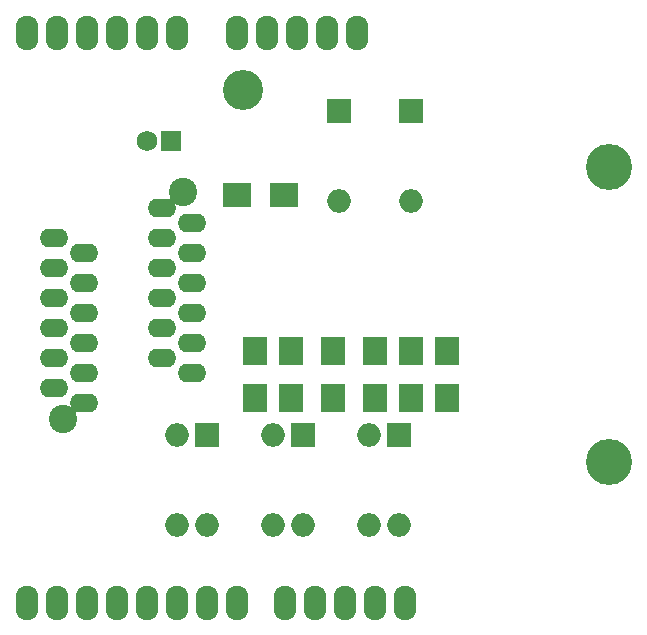
<source format=gbr>
G04 #@! TF.FileFunction,Soldermask,Bot*
%FSLAX46Y46*%
G04 Gerber Fmt 4.6, Leading zero omitted, Abs format (unit mm)*
G04 Created by KiCad (PCBNEW 4.0.5) date 01/19/17 13:34:59*
%MOMM*%
%LPD*%
G01*
G04 APERTURE LIST*
%ADD10C,0.100000*%
%ADD11O,2.400000X1.600000*%
%ADD12C,2.400000*%
%ADD13O,1.924000X2.940000*%
%ADD14R,1.750000X1.750000*%
%ADD15C,1.750000*%
%ADD16C,3.400000*%
%ADD17R,2.000000X2.000000*%
%ADD18O,2.000000X2.000000*%
%ADD19R,2.400000X2.100000*%
%ADD20R,2.100000X2.400000*%
%ADD21C,3.900000*%
G04 APERTURE END LIST*
D10*
D11*
X159258000Y-97663000D03*
X161798000Y-98933000D03*
X159258000Y-100203000D03*
X161798000Y-101473000D03*
X159258000Y-102743000D03*
X161798000Y-104013000D03*
X159258000Y-105283000D03*
X161798000Y-106553000D03*
X159258000Y-107823000D03*
X161798000Y-109093000D03*
X159258000Y-110363000D03*
X161798000Y-111633000D03*
D12*
X161028000Y-96298000D03*
D13*
X147828000Y-82804000D03*
X150368000Y-82804000D03*
X152908000Y-82804000D03*
X160528000Y-82804000D03*
X157988000Y-82804000D03*
X155448000Y-82804000D03*
X165608000Y-82804000D03*
X168148000Y-82804000D03*
X170688000Y-82804000D03*
X175768000Y-82804000D03*
X147828000Y-131064000D03*
X150368000Y-131064000D03*
X152908000Y-131064000D03*
X155448000Y-131064000D03*
X157988000Y-131064000D03*
X160528000Y-131064000D03*
X163068000Y-131064000D03*
X165608000Y-131064000D03*
X169672000Y-131064000D03*
X172212000Y-131064000D03*
X174752000Y-131064000D03*
X177292000Y-131064000D03*
X179832000Y-131064000D03*
X173228000Y-82804000D03*
D14*
X160020000Y-91948000D03*
D15*
X158020000Y-91948000D03*
D16*
X166116000Y-87630000D03*
D17*
X171196000Y-116840000D03*
D18*
X168656000Y-124460000D03*
X168656000Y-116840000D03*
X171196000Y-124460000D03*
D17*
X180340000Y-89408000D03*
D18*
X180340000Y-97028000D03*
D17*
X163068000Y-116840000D03*
D18*
X160528000Y-124460000D03*
X160528000Y-116840000D03*
X163068000Y-124460000D03*
D17*
X179324000Y-116840000D03*
D18*
X176784000Y-124460000D03*
X176784000Y-116840000D03*
X179324000Y-124460000D03*
D17*
X174244000Y-89408000D03*
D18*
X174244000Y-97028000D03*
D19*
X165640000Y-96520000D03*
X169640000Y-96520000D03*
D20*
X180340000Y-113760000D03*
X180340000Y-109760000D03*
X177292000Y-113760000D03*
X177292000Y-109760000D03*
X173736000Y-113760000D03*
X173736000Y-109760000D03*
X170180000Y-113760000D03*
X170180000Y-109760000D03*
X167132000Y-113760000D03*
X167132000Y-109760000D03*
X183388000Y-113760000D03*
X183388000Y-109760000D03*
D11*
X152654000Y-114173000D03*
X150114000Y-112903000D03*
X152654000Y-111633000D03*
X150114000Y-110363000D03*
X152654000Y-109093000D03*
X150114000Y-107823000D03*
X152654000Y-106553000D03*
X150114000Y-105283000D03*
X152654000Y-104013000D03*
X150114000Y-102743000D03*
X152654000Y-101473000D03*
X150114000Y-100203000D03*
D12*
X150884000Y-115538000D03*
D21*
X197104000Y-94180000D03*
X197104000Y-119180000D03*
M02*

</source>
